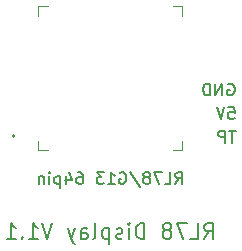
<source format=gbo>
G04 #@! TF.GenerationSoftware,KiCad,Pcbnew,(5.1.9-0-10_14)*
G04 #@! TF.CreationDate,2021-05-08T08:27:26+09:00*
G04 #@! TF.ProjectId,RL78Display,524c3738-4469-4737-906c-61792e6b6963,V1.1*
G04 #@! TF.SameCoordinates,Original*
G04 #@! TF.FileFunction,Legend,Bot*
G04 #@! TF.FilePolarity,Positive*
%FSLAX46Y46*%
G04 Gerber Fmt 4.6, Leading zero omitted, Abs format (unit mm)*
G04 Created by KiCad (PCBNEW (5.1.9-0-10_14)) date 2021-05-08 08:27:26*
%MOMM*%
%LPD*%
G01*
G04 APERTURE LIST*
%ADD10C,0.200000*%
%ADD11C,0.150000*%
%ADD12C,0.120000*%
G04 APERTURE END LIST*
D10*
X7954761Y-13588095D02*
X8388095Y-12969047D01*
X8697619Y-13588095D02*
X8697619Y-12288095D01*
X8202380Y-12288095D01*
X8078571Y-12350000D01*
X8016666Y-12411904D01*
X7954761Y-12535714D01*
X7954761Y-12721428D01*
X8016666Y-12845238D01*
X8078571Y-12907142D01*
X8202380Y-12969047D01*
X8697619Y-12969047D01*
X6778571Y-13588095D02*
X7397619Y-13588095D01*
X7397619Y-12288095D01*
X6469047Y-12288095D02*
X5602380Y-12288095D01*
X6159523Y-13588095D01*
X4921428Y-12845238D02*
X5045238Y-12783333D01*
X5107142Y-12721428D01*
X5169047Y-12597619D01*
X5169047Y-12535714D01*
X5107142Y-12411904D01*
X5045238Y-12350000D01*
X4921428Y-12288095D01*
X4673809Y-12288095D01*
X4550000Y-12350000D01*
X4488095Y-12411904D01*
X4426190Y-12535714D01*
X4426190Y-12597619D01*
X4488095Y-12721428D01*
X4550000Y-12783333D01*
X4673809Y-12845238D01*
X4921428Y-12845238D01*
X5045238Y-12907142D01*
X5107142Y-12969047D01*
X5169047Y-13092857D01*
X5169047Y-13340476D01*
X5107142Y-13464285D01*
X5045238Y-13526190D01*
X4921428Y-13588095D01*
X4673809Y-13588095D01*
X4550000Y-13526190D01*
X4488095Y-13464285D01*
X4426190Y-13340476D01*
X4426190Y-13092857D01*
X4488095Y-12969047D01*
X4550000Y-12907142D01*
X4673809Y-12845238D01*
X2878571Y-13588095D02*
X2878571Y-12288095D01*
X2569047Y-12288095D01*
X2383333Y-12350000D01*
X2259523Y-12473809D01*
X2197619Y-12597619D01*
X2135714Y-12845238D01*
X2135714Y-13030952D01*
X2197619Y-13278571D01*
X2259523Y-13402380D01*
X2383333Y-13526190D01*
X2569047Y-13588095D01*
X2878571Y-13588095D01*
X1578571Y-13588095D02*
X1578571Y-12721428D01*
X1578571Y-12288095D02*
X1640476Y-12350000D01*
X1578571Y-12411904D01*
X1516666Y-12350000D01*
X1578571Y-12288095D01*
X1578571Y-12411904D01*
X1021428Y-13526190D02*
X897619Y-13588095D01*
X650000Y-13588095D01*
X526190Y-13526190D01*
X464285Y-13402380D01*
X464285Y-13340476D01*
X526190Y-13216666D01*
X650000Y-13154761D01*
X835714Y-13154761D01*
X959523Y-13092857D01*
X1021428Y-12969047D01*
X1021428Y-12907142D01*
X959523Y-12783333D01*
X835714Y-12721428D01*
X650000Y-12721428D01*
X526190Y-12783333D01*
X-92857Y-12721428D02*
X-92857Y-14021428D01*
X-92857Y-12783333D02*
X-216666Y-12721428D01*
X-464285Y-12721428D01*
X-588095Y-12783333D01*
X-649999Y-12845238D01*
X-711904Y-12969047D01*
X-711904Y-13340476D01*
X-649999Y-13464285D01*
X-588095Y-13526190D01*
X-464285Y-13588095D01*
X-216666Y-13588095D01*
X-92857Y-13526190D01*
X-1454761Y-13588095D02*
X-1330952Y-13526190D01*
X-1269047Y-13402380D01*
X-1269047Y-12288095D01*
X-2507142Y-13588095D02*
X-2507142Y-12907142D01*
X-2445238Y-12783333D01*
X-2321428Y-12721428D01*
X-2073809Y-12721428D01*
X-1949999Y-12783333D01*
X-2507142Y-13526190D02*
X-2383333Y-13588095D01*
X-2073809Y-13588095D01*
X-1949999Y-13526190D01*
X-1888095Y-13402380D01*
X-1888095Y-13278571D01*
X-1949999Y-13154761D01*
X-2073809Y-13092857D01*
X-2383333Y-13092857D01*
X-2507142Y-13030952D01*
X-3002380Y-12721428D02*
X-3311904Y-13588095D01*
X-3621428Y-12721428D02*
X-3311904Y-13588095D01*
X-3188095Y-13897619D01*
X-3126190Y-13959523D01*
X-3002380Y-14021428D01*
X-4921428Y-12288095D02*
X-5354761Y-13588095D01*
X-5788095Y-12288095D01*
X-6902380Y-13588095D02*
X-6159523Y-13588095D01*
X-6530952Y-13588095D02*
X-6530952Y-12288095D01*
X-6407142Y-12473809D01*
X-6283333Y-12597619D01*
X-6159523Y-12659523D01*
X-7459523Y-13464285D02*
X-7521428Y-13526190D01*
X-7459523Y-13588095D01*
X-7397619Y-13526190D01*
X-7459523Y-13464285D01*
X-7459523Y-13588095D01*
X-8759523Y-13588095D02*
X-8016666Y-13588095D01*
X-8388095Y-13588095D02*
X-8388095Y-12288095D01*
X-8264285Y-12473809D01*
X-8140476Y-12597619D01*
X-8016666Y-12659523D01*
D11*
X5500000Y-8952380D02*
X5833333Y-8476190D01*
X6071428Y-8952380D02*
X6071428Y-7952380D01*
X5690476Y-7952380D01*
X5595238Y-8000000D01*
X5547619Y-8047619D01*
X5500000Y-8142857D01*
X5500000Y-8285714D01*
X5547619Y-8380952D01*
X5595238Y-8428571D01*
X5690476Y-8476190D01*
X6071428Y-8476190D01*
X4595238Y-8952380D02*
X5071428Y-8952380D01*
X5071428Y-7952380D01*
X4357142Y-7952380D02*
X3690476Y-7952380D01*
X4119047Y-8952380D01*
X3166666Y-8380952D02*
X3261904Y-8333333D01*
X3309523Y-8285714D01*
X3357142Y-8190476D01*
X3357142Y-8142857D01*
X3309523Y-8047619D01*
X3261904Y-8000000D01*
X3166666Y-7952380D01*
X2976190Y-7952380D01*
X2880952Y-8000000D01*
X2833333Y-8047619D01*
X2785714Y-8142857D01*
X2785714Y-8190476D01*
X2833333Y-8285714D01*
X2880952Y-8333333D01*
X2976190Y-8380952D01*
X3166666Y-8380952D01*
X3261904Y-8428571D01*
X3309523Y-8476190D01*
X3357142Y-8571428D01*
X3357142Y-8761904D01*
X3309523Y-8857142D01*
X3261904Y-8904761D01*
X3166666Y-8952380D01*
X2976190Y-8952380D01*
X2880952Y-8904761D01*
X2833333Y-8857142D01*
X2785714Y-8761904D01*
X2785714Y-8571428D01*
X2833333Y-8476190D01*
X2880952Y-8428571D01*
X2976190Y-8380952D01*
X1642857Y-7904761D02*
X2500000Y-9190476D01*
X785714Y-8000000D02*
X880952Y-7952380D01*
X1023809Y-7952380D01*
X1166666Y-8000000D01*
X1261904Y-8095238D01*
X1309523Y-8190476D01*
X1357142Y-8380952D01*
X1357142Y-8523809D01*
X1309523Y-8714285D01*
X1261904Y-8809523D01*
X1166666Y-8904761D01*
X1023809Y-8952380D01*
X928571Y-8952380D01*
X785714Y-8904761D01*
X738095Y-8857142D01*
X738095Y-8523809D01*
X928571Y-8523809D01*
X-214285Y-8952380D02*
X357142Y-8952380D01*
X71428Y-8952380D02*
X71428Y-7952380D01*
X166666Y-8095238D01*
X261904Y-8190476D01*
X357142Y-8238095D01*
X-547619Y-7952380D02*
X-1166666Y-7952380D01*
X-833333Y-8333333D01*
X-976190Y-8333333D01*
X-1071428Y-8380952D01*
X-1119047Y-8428571D01*
X-1166666Y-8523809D01*
X-1166666Y-8761904D01*
X-1119047Y-8857142D01*
X-1071428Y-8904761D01*
X-976190Y-8952380D01*
X-690476Y-8952380D01*
X-595238Y-8904761D01*
X-547619Y-8857142D01*
X-2785714Y-7952380D02*
X-2595238Y-7952380D01*
X-2499999Y-8000000D01*
X-2452380Y-8047619D01*
X-2357142Y-8190476D01*
X-2309523Y-8380952D01*
X-2309523Y-8761904D01*
X-2357142Y-8857142D01*
X-2404761Y-8904761D01*
X-2499999Y-8952380D01*
X-2690476Y-8952380D01*
X-2785714Y-8904761D01*
X-2833333Y-8857142D01*
X-2880952Y-8761904D01*
X-2880952Y-8523809D01*
X-2833333Y-8428571D01*
X-2785714Y-8380952D01*
X-2690476Y-8333333D01*
X-2499999Y-8333333D01*
X-2404761Y-8380952D01*
X-2357142Y-8428571D01*
X-2309523Y-8523809D01*
X-3738095Y-8285714D02*
X-3738095Y-8952380D01*
X-3499999Y-7904761D02*
X-3261904Y-8619047D01*
X-3880952Y-8619047D01*
X-4261904Y-8285714D02*
X-4261904Y-9285714D01*
X-4261904Y-8333333D02*
X-4357142Y-8285714D01*
X-4547619Y-8285714D01*
X-4642857Y-8333333D01*
X-4690476Y-8380952D01*
X-4738095Y-8476190D01*
X-4738095Y-8761904D01*
X-4690476Y-8857142D01*
X-4642857Y-8904761D01*
X-4547619Y-8952380D01*
X-4357142Y-8952380D01*
X-4261904Y-8904761D01*
X-5166666Y-8952380D02*
X-5166666Y-8285714D01*
X-5166666Y-7952380D02*
X-5119047Y-8000000D01*
X-5166666Y-8047619D01*
X-5214285Y-8000000D01*
X-5166666Y-7952380D01*
X-5166666Y-8047619D01*
X-5642857Y-8285714D02*
X-5642857Y-8952380D01*
X-5642857Y-8380952D02*
X-5690476Y-8333333D01*
X-5785714Y-8285714D01*
X-5928571Y-8285714D01*
X-6023809Y-8333333D01*
X-6071428Y-8428571D01*
X-6071428Y-8952380D01*
X10607261Y-4452380D02*
X10035833Y-4452380D01*
X10321547Y-5452380D02*
X10321547Y-4452380D01*
X9702500Y-5452380D02*
X9702500Y-4452380D01*
X9321547Y-4452380D01*
X9226309Y-4500000D01*
X9178690Y-4547619D01*
X9131071Y-4642857D01*
X9131071Y-4785714D01*
X9178690Y-4880952D01*
X9226309Y-4928571D01*
X9321547Y-4976190D01*
X9702500Y-4976190D01*
X9940595Y-500000D02*
X10035833Y-452380D01*
X10178690Y-452380D01*
X10321547Y-500000D01*
X10416785Y-595238D01*
X10464404Y-690476D01*
X10512023Y-880952D01*
X10512023Y-1023809D01*
X10464404Y-1214285D01*
X10416785Y-1309523D01*
X10321547Y-1404761D01*
X10178690Y-1452380D01*
X10083452Y-1452380D01*
X9940595Y-1404761D01*
X9892976Y-1357142D01*
X9892976Y-1023809D01*
X10083452Y-1023809D01*
X9464404Y-1452380D02*
X9464404Y-452380D01*
X8892976Y-1452380D01*
X8892976Y-452380D01*
X8416785Y-1452380D02*
X8416785Y-452380D01*
X8178690Y-452380D01*
X8035833Y-500000D01*
X7940595Y-595238D01*
X7892976Y-690476D01*
X7845357Y-880952D01*
X7845357Y-1023809D01*
X7892976Y-1214285D01*
X7940595Y-1309523D01*
X8035833Y-1404761D01*
X8178690Y-1452380D01*
X8416785Y-1452380D01*
X9988214Y-2452380D02*
X10464404Y-2452380D01*
X10512023Y-2928571D01*
X10464404Y-2880952D01*
X10369166Y-2833333D01*
X10131071Y-2833333D01*
X10035833Y-2880952D01*
X9988214Y-2928571D01*
X9940595Y-3023809D01*
X9940595Y-3261904D01*
X9988214Y-3357142D01*
X10035833Y-3404761D01*
X10131071Y-3452380D01*
X10369166Y-3452380D01*
X10464404Y-3404761D01*
X10512023Y-3357142D01*
X9654880Y-2452380D02*
X9321547Y-3452380D01*
X8988214Y-2452380D01*
D10*
X-8100000Y-4875000D02*
G75*
G03*
X-8100000Y-4875000I-100000J0D01*
G01*
D12*
X6100000Y-6100000D02*
X5300000Y-6100000D01*
X6100000Y-5300000D02*
X6100000Y-6100000D01*
X6100000Y6100000D02*
X6100000Y5300000D01*
X5300000Y6100000D02*
X6100000Y6100000D01*
X-6100000Y6100000D02*
X-5300000Y6100000D01*
X-6100000Y5300000D02*
X-6100000Y6100000D01*
X-6100000Y-6100000D02*
X-6100000Y-5300000D01*
X-5300000Y-6100000D02*
X-6100000Y-6100000D01*
M02*

</source>
